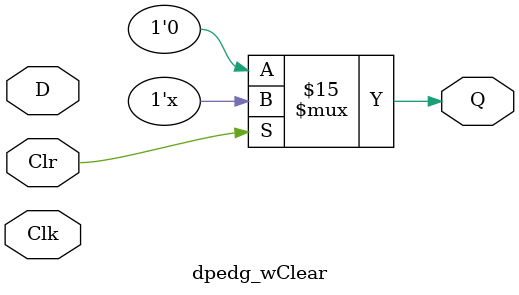
<source format=v>
/*
____________ LAB 3 ____________
Module D Latch with Clear:
	- Input: D and Clock, or Clear - D, Clk or Clr
	- Output: Q
*/
module dpedg_wClear(Clr, Clk, D, Q);
	input D,Clk,Clr;
	output reg Q;
	reg Qm;
	always@(D,Clk,Clr)
	begin
		if(~Clr)
			begin
				Qm=0;
				Q=0;
			end
		else
			begin
				if(~Clk)
					Qm=D;
				else
					Q=Qm;
			end
	end
endmodule

</source>
